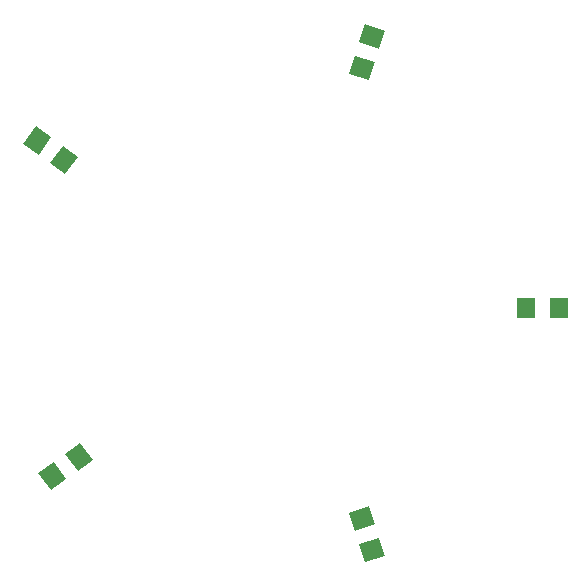
<source format=gtp>
G75*
%MOIN*%
%OFA0B0*%
%FSLAX25Y25*%
%IPPOS*%
%LPD*%
%AMOC8*
5,1,8,0,0,1.08239X$1,22.5*
%
%ADD10R,0.06299X0.07087*%
D10*
G36*
X0128173Y0134058D02*
X0123078Y0130356D01*
X0118913Y0136088D01*
X0124008Y0139790D01*
X0128173Y0134058D01*
G37*
G36*
X0137092Y0140538D02*
X0131997Y0136836D01*
X0127832Y0142568D01*
X0132927Y0146270D01*
X0137092Y0140538D01*
G37*
G36*
X0229190Y0124975D02*
X0231136Y0118986D01*
X0224398Y0116797D01*
X0222452Y0122786D01*
X0229190Y0124975D01*
G37*
G36*
X0232597Y0114491D02*
X0234543Y0108502D01*
X0227805Y0106313D01*
X0225859Y0112302D01*
X0232597Y0114491D01*
G37*
X0281488Y0191000D03*
X0292512Y0191000D03*
G36*
X0222452Y0269214D02*
X0224398Y0275203D01*
X0231136Y0273014D01*
X0229190Y0267025D01*
X0222452Y0269214D01*
G37*
G36*
X0225859Y0279698D02*
X0227805Y0285687D01*
X0234543Y0283498D01*
X0232597Y0277509D01*
X0225859Y0279698D01*
G37*
G36*
X0127927Y0235730D02*
X0122832Y0239432D01*
X0126997Y0245164D01*
X0132092Y0241462D01*
X0127927Y0235730D01*
G37*
G36*
X0119008Y0242210D02*
X0113913Y0245912D01*
X0118078Y0251644D01*
X0123173Y0247942D01*
X0119008Y0242210D01*
G37*
M02*

</source>
